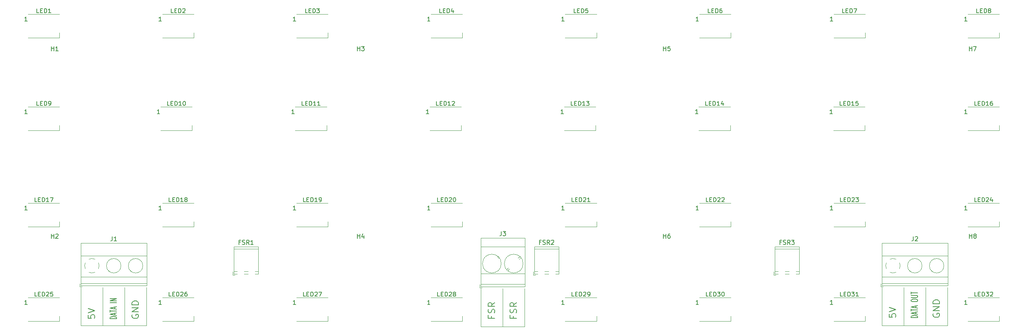
<source format=gbr>
%TF.GenerationSoftware,KiCad,Pcbnew,(5.1.10)-1*%
%TF.CreationDate,2021-06-03T19:49:57-05:00*%
%TF.ProjectId,step_led_panel,73746570-5f6c-4656-945f-70616e656c2e,rev?*%
%TF.SameCoordinates,Original*%
%TF.FileFunction,Legend,Top*%
%TF.FilePolarity,Positive*%
%FSLAX46Y46*%
G04 Gerber Fmt 4.6, Leading zero omitted, Abs format (unit mm)*
G04 Created by KiCad (PCBNEW (5.1.10)-1) date 2021-06-03 19:49:57*
%MOMM*%
%LPD*%
G01*
G04 APERTURE LIST*
%ADD10C,0.120000*%
%ADD11C,0.203200*%
%ADD12C,0.190500*%
%ADD13C,0.150000*%
G04 APERTURE END LIST*
D10*
X116798000Y-75177000D02*
X116798000Y-66287000D01*
D11*
X114191142Y-72657062D02*
X114191142Y-73165062D01*
X114989428Y-73165062D02*
X113465428Y-73165062D01*
X113465428Y-72439348D01*
X114916857Y-71931348D02*
X114989428Y-71713634D01*
X114989428Y-71350777D01*
X114916857Y-71205634D01*
X114844285Y-71133062D01*
X114699142Y-71060491D01*
X114554000Y-71060491D01*
X114408857Y-71133062D01*
X114336285Y-71205634D01*
X114263714Y-71350777D01*
X114191142Y-71641062D01*
X114118571Y-71786205D01*
X114046000Y-71858777D01*
X113900857Y-71931348D01*
X113755714Y-71931348D01*
X113610571Y-71858777D01*
X113538000Y-71786205D01*
X113465428Y-71641062D01*
X113465428Y-71278205D01*
X113538000Y-71060491D01*
X114989428Y-69536491D02*
X114263714Y-70044491D01*
X114989428Y-70407348D02*
X113465428Y-70407348D01*
X113465428Y-69826777D01*
X113538000Y-69681634D01*
X113610571Y-69609062D01*
X113755714Y-69536491D01*
X113973428Y-69536491D01*
X114118571Y-69609062D01*
X114191142Y-69681634D01*
X114263714Y-69826777D01*
X114263714Y-70407348D01*
D10*
X106638000Y-75177000D02*
X116798000Y-75177000D01*
X111718000Y-75177000D02*
X111718000Y-66287000D01*
X106638000Y-66287000D02*
X106638000Y-75177000D01*
D11*
X109111142Y-72657062D02*
X109111142Y-73165062D01*
X109909428Y-73165062D02*
X108385428Y-73165062D01*
X108385428Y-72439348D01*
X109836857Y-71931348D02*
X109909428Y-71713634D01*
X109909428Y-71350777D01*
X109836857Y-71205634D01*
X109764285Y-71133062D01*
X109619142Y-71060491D01*
X109474000Y-71060491D01*
X109328857Y-71133062D01*
X109256285Y-71205634D01*
X109183714Y-71350777D01*
X109111142Y-71641062D01*
X109038571Y-71786205D01*
X108966000Y-71858777D01*
X108820857Y-71931348D01*
X108675714Y-71931348D01*
X108530571Y-71858777D01*
X108458000Y-71786205D01*
X108385428Y-71641062D01*
X108385428Y-71278205D01*
X108458000Y-71060491D01*
X109909428Y-69536491D02*
X109183714Y-70044491D01*
X109909428Y-70407348D02*
X108385428Y-70407348D01*
X108385428Y-69826777D01*
X108458000Y-69681634D01*
X108530571Y-69609062D01*
X108675714Y-69536491D01*
X108893428Y-69536491D01*
X109038571Y-69609062D01*
X109111142Y-69681634D01*
X109183714Y-69826777D01*
X109183714Y-70407348D01*
D10*
X199856000Y-74923000D02*
X215096000Y-74923000D01*
X204936000Y-74923000D02*
X204936000Y-66033000D01*
X210016000Y-74923000D02*
X210016000Y-66033000D01*
X215096000Y-74923000D02*
X215096000Y-66033000D01*
X199856000Y-66033000D02*
X199856000Y-74923000D01*
D11*
X211836000Y-72112777D02*
X211763428Y-72257920D01*
X211763428Y-72475634D01*
X211836000Y-72693348D01*
X211981142Y-72838491D01*
X212126285Y-72911062D01*
X212416571Y-72983634D01*
X212634285Y-72983634D01*
X212924571Y-72911062D01*
X213069714Y-72838491D01*
X213214857Y-72693348D01*
X213287428Y-72475634D01*
X213287428Y-72330491D01*
X213214857Y-72112777D01*
X213142285Y-72040205D01*
X212634285Y-72040205D01*
X212634285Y-72330491D01*
X213287428Y-71387062D02*
X211763428Y-71387062D01*
X213287428Y-70516205D01*
X211763428Y-70516205D01*
X213287428Y-69790491D02*
X211763428Y-69790491D01*
X211763428Y-69427634D01*
X211836000Y-69209920D01*
X211981142Y-69064777D01*
X212126285Y-68992205D01*
X212416571Y-68919634D01*
X212634285Y-68919634D01*
X212924571Y-68992205D01*
X213069714Y-69064777D01*
X213214857Y-69209920D01*
X213287428Y-69427634D01*
X213287428Y-69790491D01*
D12*
X208207428Y-73070508D02*
X206683428Y-73070508D01*
X206683428Y-72858841D01*
X206756000Y-72731841D01*
X206901142Y-72647175D01*
X207046285Y-72604841D01*
X207336571Y-72562508D01*
X207554285Y-72562508D01*
X207844571Y-72604841D01*
X207989714Y-72647175D01*
X208134857Y-72731841D01*
X208207428Y-72858841D01*
X208207428Y-73070508D01*
X207772000Y-72223841D02*
X207772000Y-71800508D01*
X208207428Y-72308508D02*
X206683428Y-72012175D01*
X208207428Y-71715841D01*
X206683428Y-71546508D02*
X206683428Y-71038508D01*
X208207428Y-71292508D02*
X206683428Y-71292508D01*
X207772000Y-70784508D02*
X207772000Y-70361175D01*
X208207428Y-70869175D02*
X206683428Y-70572841D01*
X208207428Y-70276508D01*
X206683428Y-69133508D02*
X206683428Y-68964175D01*
X206756000Y-68879508D01*
X206901142Y-68794841D01*
X207191428Y-68752508D01*
X207699428Y-68752508D01*
X207989714Y-68794841D01*
X208134857Y-68879508D01*
X208207428Y-68964175D01*
X208207428Y-69133508D01*
X208134857Y-69218175D01*
X207989714Y-69302841D01*
X207699428Y-69345175D01*
X207191428Y-69345175D01*
X206901142Y-69302841D01*
X206756000Y-69218175D01*
X206683428Y-69133508D01*
X206683428Y-68371508D02*
X207917142Y-68371508D01*
X208062285Y-68329175D01*
X208134857Y-68286841D01*
X208207428Y-68202175D01*
X208207428Y-68032841D01*
X208134857Y-67948175D01*
X208062285Y-67905841D01*
X207917142Y-67863508D01*
X206683428Y-67863508D01*
X206683428Y-67567175D02*
X206683428Y-67059175D01*
X208207428Y-67313175D02*
X206683428Y-67313175D01*
D11*
X201603428Y-72185348D02*
X201603428Y-72911062D01*
X202329142Y-72983634D01*
X202256571Y-72911062D01*
X202184000Y-72765920D01*
X202184000Y-72403062D01*
X202256571Y-72257920D01*
X202329142Y-72185348D01*
X202474285Y-72112777D01*
X202837142Y-72112777D01*
X202982285Y-72185348D01*
X203054857Y-72257920D01*
X203127428Y-72403062D01*
X203127428Y-72765920D01*
X203054857Y-72911062D01*
X202982285Y-72983634D01*
X201603428Y-71677348D02*
X203127428Y-71169348D01*
X201603428Y-70661348D01*
D10*
X18796000Y-74930000D02*
X18796000Y-66040000D01*
X23876000Y-74930000D02*
X23876000Y-66040000D01*
X28956000Y-74930000D02*
X28956000Y-66040000D01*
X13716000Y-74930000D02*
X28956000Y-74930000D01*
X13716000Y-66040000D02*
X13716000Y-74930000D01*
D11*
X25654000Y-72366777D02*
X25581428Y-72511920D01*
X25581428Y-72729634D01*
X25654000Y-72947348D01*
X25799142Y-73092491D01*
X25944285Y-73165062D01*
X26234571Y-73237634D01*
X26452285Y-73237634D01*
X26742571Y-73165062D01*
X26887714Y-73092491D01*
X27032857Y-72947348D01*
X27105428Y-72729634D01*
X27105428Y-72584491D01*
X27032857Y-72366777D01*
X26960285Y-72294205D01*
X26452285Y-72294205D01*
X26452285Y-72584491D01*
X27105428Y-71641062D02*
X25581428Y-71641062D01*
X27105428Y-70770205D01*
X25581428Y-70770205D01*
X27105428Y-70044491D02*
X25581428Y-70044491D01*
X25581428Y-69681634D01*
X25654000Y-69463920D01*
X25799142Y-69318777D01*
X25944285Y-69246205D01*
X26234571Y-69173634D01*
X26452285Y-69173634D01*
X26742571Y-69246205D01*
X26887714Y-69318777D01*
X27032857Y-69463920D01*
X27105428Y-69681634D01*
X27105428Y-70044491D01*
D12*
X22025428Y-73324508D02*
X20501428Y-73324508D01*
X20501428Y-73112841D01*
X20574000Y-72985841D01*
X20719142Y-72901175D01*
X20864285Y-72858841D01*
X21154571Y-72816508D01*
X21372285Y-72816508D01*
X21662571Y-72858841D01*
X21807714Y-72901175D01*
X21952857Y-72985841D01*
X22025428Y-73112841D01*
X22025428Y-73324508D01*
X21590000Y-72477841D02*
X21590000Y-72054508D01*
X22025428Y-72562508D02*
X20501428Y-72266175D01*
X22025428Y-71969841D01*
X20501428Y-71800508D02*
X20501428Y-71292508D01*
X22025428Y-71546508D02*
X20501428Y-71546508D01*
X21590000Y-71038508D02*
X21590000Y-70615175D01*
X22025428Y-71123175D02*
X20501428Y-70826841D01*
X22025428Y-70530508D01*
X22025428Y-69556841D02*
X20501428Y-69556841D01*
X22025428Y-69133508D02*
X20501428Y-69133508D01*
X22025428Y-68625508D01*
X20501428Y-68625508D01*
D11*
X15421428Y-72439348D02*
X15421428Y-73165062D01*
X16147142Y-73237634D01*
X16074571Y-73165062D01*
X16002000Y-73019920D01*
X16002000Y-72657062D01*
X16074571Y-72511920D01*
X16147142Y-72439348D01*
X16292285Y-72366777D01*
X16655142Y-72366777D01*
X16800285Y-72439348D01*
X16872857Y-72511920D01*
X16945428Y-72657062D01*
X16945428Y-73019920D01*
X16872857Y-73165062D01*
X16800285Y-73237634D01*
X15421428Y-71931348D02*
X16945428Y-71423348D01*
X15421428Y-70915348D01*
D10*
%TO.C,FSR2*%
X119090000Y-62290000D02*
X119860000Y-62290000D01*
X121440000Y-62290000D02*
X122400000Y-62290000D01*
X123980000Y-62290000D02*
X124750000Y-62290000D01*
X119090000Y-56990000D02*
X124750000Y-56990000D01*
X119090000Y-56530000D02*
X124750000Y-56530000D01*
X119090000Y-62850000D02*
X119860000Y-62850000D01*
X121440000Y-62850000D02*
X122400000Y-62850000D01*
X123980000Y-62850000D02*
X124750000Y-62850000D01*
X119090000Y-56530000D02*
X119090000Y-62850000D01*
X124750000Y-56530000D02*
X124750000Y-62850000D01*
X118850000Y-62350000D02*
X118850000Y-63090000D01*
X118850000Y-63090000D02*
X119350000Y-63090000D01*
%TO.C,J3*%
X111400000Y-60452000D02*
G75*
G03*
X111400000Y-60452000I-2180000J0D01*
G01*
X116480000Y-60452000D02*
G75*
G03*
X116480000Y-60452000I-2180000J0D01*
G01*
X106620000Y-65252000D02*
X116900000Y-65252000D01*
X106620000Y-62752000D02*
X116900000Y-62752000D01*
X106620000Y-56552000D02*
X116900000Y-56552000D01*
X106620000Y-54492000D02*
X116900000Y-54492000D01*
X106620000Y-65812000D02*
X116900000Y-65812000D01*
X106620000Y-54492000D02*
X106620000Y-65812000D01*
X116900000Y-54492000D02*
X116900000Y-65812000D01*
X110874000Y-59064000D02*
X110767000Y-59171000D01*
X107938000Y-61999000D02*
X107832000Y-62106000D01*
X110608000Y-58798000D02*
X110501000Y-58905000D01*
X107672000Y-61733000D02*
X107566000Y-61840000D01*
X115954000Y-59064000D02*
X115559000Y-59460000D01*
X113293000Y-61726000D02*
X112913000Y-62106000D01*
X115688000Y-58798000D02*
X115308000Y-59178000D01*
X113042000Y-61444000D02*
X112647000Y-61840000D01*
X106380000Y-65312000D02*
X106380000Y-66052000D01*
X106380000Y-66052000D02*
X106880000Y-66052000D01*
%TO.C,FSR3*%
X174970000Y-62290000D02*
X175740000Y-62290000D01*
X177320000Y-62290000D02*
X178280000Y-62290000D01*
X179860000Y-62290000D02*
X180630000Y-62290000D01*
X174970000Y-56990000D02*
X180630000Y-56990000D01*
X174970000Y-56530000D02*
X180630000Y-56530000D01*
X174970000Y-62850000D02*
X175740000Y-62850000D01*
X177320000Y-62850000D02*
X178280000Y-62850000D01*
X179860000Y-62850000D02*
X180630000Y-62850000D01*
X174970000Y-56530000D02*
X174970000Y-62850000D01*
X180630000Y-56530000D02*
X180630000Y-62850000D01*
X174730000Y-62350000D02*
X174730000Y-63090000D01*
X174730000Y-63090000D02*
X175230000Y-63090000D01*
%TO.C,FSR1*%
X49240000Y-62290000D02*
X50010000Y-62290000D01*
X51590000Y-62290000D02*
X52550000Y-62290000D01*
X54130000Y-62290000D02*
X54900000Y-62290000D01*
X49240000Y-56990000D02*
X54900000Y-56990000D01*
X49240000Y-56530000D02*
X54900000Y-56530000D01*
X49240000Y-62850000D02*
X50010000Y-62850000D01*
X51590000Y-62850000D02*
X52550000Y-62850000D01*
X54130000Y-62850000D02*
X54900000Y-62850000D01*
X49240000Y-56530000D02*
X49240000Y-62850000D01*
X54900000Y-56530000D02*
X54900000Y-62850000D01*
X49000000Y-62350000D02*
X49000000Y-63090000D01*
X49000000Y-63090000D02*
X49500000Y-63090000D01*
%TO.C,LED21*%
X126252856Y-46356666D02*
X133552856Y-46356666D01*
X126252856Y-51856666D02*
X133552856Y-51856666D01*
X133552856Y-51856666D02*
X133552856Y-50706666D01*
%TO.C,LED32*%
X219870000Y-68370000D02*
X227170000Y-68370000D01*
X219870000Y-73870000D02*
X227170000Y-73870000D01*
X227170000Y-73870000D02*
X227170000Y-72720000D01*
%TO.C,LED31*%
X188664284Y-68370000D02*
X195964284Y-68370000D01*
X188664284Y-73870000D02*
X195964284Y-73870000D01*
X195964284Y-73870000D02*
X195964284Y-72720000D01*
%TO.C,LED30*%
X157458570Y-68370000D02*
X164758570Y-68370000D01*
X157458570Y-73870000D02*
X164758570Y-73870000D01*
X164758570Y-73870000D02*
X164758570Y-72720000D01*
%TO.C,LED29*%
X126252856Y-68370000D02*
X133552856Y-68370000D01*
X126252856Y-73870000D02*
X133552856Y-73870000D01*
X133552856Y-73870000D02*
X133552856Y-72720000D01*
%TO.C,LED28*%
X95047142Y-68370000D02*
X102347142Y-68370000D01*
X95047142Y-73870000D02*
X102347142Y-73870000D01*
X102347142Y-73870000D02*
X102347142Y-72720000D01*
%TO.C,LED27*%
X63841428Y-68370000D02*
X71141428Y-68370000D01*
X63841428Y-73870000D02*
X71141428Y-73870000D01*
X71141428Y-73870000D02*
X71141428Y-72720000D01*
%TO.C,LED26*%
X32635714Y-68370000D02*
X39935714Y-68370000D01*
X32635714Y-73870000D02*
X39935714Y-73870000D01*
X39935714Y-73870000D02*
X39935714Y-72720000D01*
%TO.C,LED25*%
X1430000Y-68370000D02*
X8730000Y-68370000D01*
X1430000Y-73870000D02*
X8730000Y-73870000D01*
X8730000Y-73870000D02*
X8730000Y-72720000D01*
%TO.C,LED24*%
X219870000Y-46356666D02*
X227170000Y-46356666D01*
X219870000Y-51856666D02*
X227170000Y-51856666D01*
X227170000Y-51856666D02*
X227170000Y-50706666D01*
%TO.C,LED23*%
X188664284Y-46356666D02*
X195964284Y-46356666D01*
X188664284Y-51856666D02*
X195964284Y-51856666D01*
X195964284Y-51856666D02*
X195964284Y-50706666D01*
%TO.C,LED22*%
X157458570Y-46356666D02*
X164758570Y-46356666D01*
X157458570Y-51856666D02*
X164758570Y-51856666D01*
X164758570Y-51856666D02*
X164758570Y-50706666D01*
%TO.C,LED20*%
X95047142Y-46356666D02*
X102347142Y-46356666D01*
X95047142Y-51856666D02*
X102347142Y-51856666D01*
X102347142Y-51856666D02*
X102347142Y-50706666D01*
%TO.C,LED19*%
X63841428Y-46356666D02*
X71141428Y-46356666D01*
X63841428Y-51856666D02*
X71141428Y-51856666D01*
X71141428Y-51856666D02*
X71141428Y-50706666D01*
%TO.C,LED18*%
X32635714Y-46356666D02*
X39935714Y-46356666D01*
X32635714Y-51856666D02*
X39935714Y-51856666D01*
X39935714Y-51856666D02*
X39935714Y-50706666D01*
%TO.C,LED17*%
X1430000Y-46356666D02*
X8730000Y-46356666D01*
X1430000Y-51856666D02*
X8730000Y-51856666D01*
X8730000Y-51856666D02*
X8730000Y-50706666D01*
%TO.C,LED16*%
X219870000Y-23920000D02*
X227170000Y-23920000D01*
X219870000Y-29420000D02*
X227170000Y-29420000D01*
X227170000Y-29420000D02*
X227170000Y-28270000D01*
%TO.C,LED15*%
X188598572Y-23920000D02*
X195898572Y-23920000D01*
X188598572Y-29420000D02*
X195898572Y-29420000D01*
X195898572Y-29420000D02*
X195898572Y-28270000D01*
%TO.C,LED14*%
X157327144Y-23920000D02*
X164627144Y-23920000D01*
X157327144Y-29420000D02*
X164627144Y-29420000D01*
X164627144Y-29420000D02*
X164627144Y-28270000D01*
%TO.C,LED13*%
X126055716Y-23920000D02*
X133355716Y-23920000D01*
X126055716Y-29420000D02*
X133355716Y-29420000D01*
X133355716Y-29420000D02*
X133355716Y-28270000D01*
%TO.C,LED12*%
X94784288Y-23920000D02*
X102084288Y-23920000D01*
X94784288Y-29420000D02*
X102084288Y-29420000D01*
X102084288Y-29420000D02*
X102084288Y-28270000D01*
%TO.C,LED11*%
X63512860Y-23920000D02*
X70812860Y-23920000D01*
X63512860Y-29420000D02*
X70812860Y-29420000D01*
X70812860Y-29420000D02*
X70812860Y-28270000D01*
%TO.C,LED10*%
X32241432Y-23920000D02*
X39541432Y-23920000D01*
X32241432Y-29420000D02*
X39541432Y-29420000D01*
X39541432Y-29420000D02*
X39541432Y-28270000D01*
%TO.C,LED9*%
X1430000Y-23920000D02*
X8730000Y-23920000D01*
X1430000Y-29420000D02*
X8730000Y-29420000D01*
X8730000Y-29420000D02*
X8730000Y-28270000D01*
%TO.C,LED8*%
X219870000Y-2330000D02*
X227170000Y-2330000D01*
X219870000Y-7830000D02*
X227170000Y-7830000D01*
X227170000Y-7830000D02*
X227170000Y-6680000D01*
%TO.C,LED7*%
X188664284Y-2330000D02*
X195964284Y-2330000D01*
X188664284Y-7830000D02*
X195964284Y-7830000D01*
X195964284Y-7830000D02*
X195964284Y-6680000D01*
%TO.C,LED6*%
X157458570Y-2330000D02*
X164758570Y-2330000D01*
X157458570Y-7830000D02*
X164758570Y-7830000D01*
X164758570Y-7830000D02*
X164758570Y-6680000D01*
%TO.C,LED5*%
X126252856Y-2330000D02*
X133552856Y-2330000D01*
X126252856Y-7830000D02*
X133552856Y-7830000D01*
X133552856Y-7830000D02*
X133552856Y-6680000D01*
%TO.C,LED4*%
X95047142Y-2330000D02*
X102347142Y-2330000D01*
X95047142Y-7830000D02*
X102347142Y-7830000D01*
X102347142Y-7830000D02*
X102347142Y-6680000D01*
%TO.C,LED3*%
X63841428Y-2330000D02*
X71141428Y-2330000D01*
X63841428Y-7830000D02*
X71141428Y-7830000D01*
X71141428Y-7830000D02*
X71141428Y-6680000D01*
%TO.C,LED2*%
X32635714Y-2330000D02*
X39935714Y-2330000D01*
X32635714Y-7830000D02*
X39935714Y-7830000D01*
X39935714Y-7830000D02*
X39935714Y-6680000D01*
%TO.C,LED1*%
X1430000Y-2330000D02*
X8730000Y-2330000D01*
X1430000Y-7830000D02*
X8730000Y-7830000D01*
X8730000Y-7830000D02*
X8730000Y-6680000D01*
%TO.C,J2*%
X202466805Y-62640253D02*
G75*
G02*
X201754000Y-62495000I-28805J1680253D01*
G01*
X200902574Y-61643042D02*
G75*
G02*
X200903000Y-60276000I1535426J683042D01*
G01*
X201754958Y-59424574D02*
G75*
G02*
X203122000Y-59425000I683042J-1535426D01*
G01*
X203973426Y-60276958D02*
G75*
G02*
X203973000Y-61644000I-1535426J-683042D01*
G01*
X203121318Y-62494756D02*
G75*
G02*
X202438000Y-62640000I-683318J1534756D01*
G01*
X209198000Y-60960000D02*
G75*
G03*
X209198000Y-60960000I-1680000J0D01*
G01*
X214278000Y-60960000D02*
G75*
G03*
X214278000Y-60960000I-1680000J0D01*
G01*
X199838000Y-65060000D02*
X215198000Y-65060000D01*
X199838000Y-63560000D02*
X215198000Y-63560000D01*
X199838000Y-58659000D02*
X215198000Y-58659000D01*
X199838000Y-55699000D02*
X215198000Y-55699000D01*
X199838000Y-65620000D02*
X215198000Y-65620000D01*
X199838000Y-55699000D02*
X199838000Y-65620000D01*
X215198000Y-55699000D02*
X215198000Y-65620000D01*
X208793000Y-59891000D02*
X208746000Y-59937000D01*
X206484000Y-62199000D02*
X206449000Y-62234000D01*
X208588000Y-59685000D02*
X208553000Y-59721000D01*
X206291000Y-61983000D02*
X206244000Y-62029000D01*
X213873000Y-59891000D02*
X213826000Y-59937000D01*
X211564000Y-62199000D02*
X211529000Y-62234000D01*
X213668000Y-59685000D02*
X213633000Y-59721000D01*
X211371000Y-61983000D02*
X211324000Y-62029000D01*
X199598000Y-65120000D02*
X199598000Y-65860000D01*
X199598000Y-65860000D02*
X200098000Y-65860000D01*
%TO.C,J1*%
X16284805Y-62640253D02*
G75*
G02*
X15572000Y-62495000I-28805J1680253D01*
G01*
X14720574Y-61643042D02*
G75*
G02*
X14721000Y-60276000I1535426J683042D01*
G01*
X15572958Y-59424574D02*
G75*
G02*
X16940000Y-59425000I683042J-1535426D01*
G01*
X17791426Y-60276958D02*
G75*
G02*
X17791000Y-61644000I-1535426J-683042D01*
G01*
X16939318Y-62494756D02*
G75*
G02*
X16256000Y-62640000I-683318J1534756D01*
G01*
X23016000Y-60960000D02*
G75*
G03*
X23016000Y-60960000I-1680000J0D01*
G01*
X28096000Y-60960000D02*
G75*
G03*
X28096000Y-60960000I-1680000J0D01*
G01*
X13656000Y-65060000D02*
X29016000Y-65060000D01*
X13656000Y-63560000D02*
X29016000Y-63560000D01*
X13656000Y-58659000D02*
X29016000Y-58659000D01*
X13656000Y-55699000D02*
X29016000Y-55699000D01*
X13656000Y-65620000D02*
X29016000Y-65620000D01*
X13656000Y-55699000D02*
X13656000Y-65620000D01*
X29016000Y-55699000D02*
X29016000Y-65620000D01*
X22611000Y-59891000D02*
X22564000Y-59937000D01*
X20302000Y-62199000D02*
X20267000Y-62234000D01*
X22406000Y-59685000D02*
X22371000Y-59721000D01*
X20109000Y-61983000D02*
X20062000Y-62029000D01*
X27691000Y-59891000D02*
X27644000Y-59937000D01*
X25382000Y-62199000D02*
X25347000Y-62234000D01*
X27486000Y-59685000D02*
X27451000Y-59721000D01*
X25189000Y-61983000D02*
X25142000Y-62029000D01*
X13416000Y-65120000D02*
X13416000Y-65860000D01*
X13416000Y-65860000D02*
X13916000Y-65860000D01*
%TO.C,H8*%
D13*
X220218095Y-54542380D02*
X220218095Y-53542380D01*
X220218095Y-54018571D02*
X220789523Y-54018571D01*
X220789523Y-54542380D02*
X220789523Y-53542380D01*
X221408571Y-53970952D02*
X221313333Y-53923333D01*
X221265714Y-53875714D01*
X221218095Y-53780476D01*
X221218095Y-53732857D01*
X221265714Y-53637619D01*
X221313333Y-53590000D01*
X221408571Y-53542380D01*
X221599047Y-53542380D01*
X221694285Y-53590000D01*
X221741904Y-53637619D01*
X221789523Y-53732857D01*
X221789523Y-53780476D01*
X221741904Y-53875714D01*
X221694285Y-53923333D01*
X221599047Y-53970952D01*
X221408571Y-53970952D01*
X221313333Y-54018571D01*
X221265714Y-54066190D01*
X221218095Y-54161428D01*
X221218095Y-54351904D01*
X221265714Y-54447142D01*
X221313333Y-54494761D01*
X221408571Y-54542380D01*
X221599047Y-54542380D01*
X221694285Y-54494761D01*
X221741904Y-54447142D01*
X221789523Y-54351904D01*
X221789523Y-54161428D01*
X221741904Y-54066190D01*
X221694285Y-54018571D01*
X221599047Y-53970952D01*
%TO.C,H7*%
X220218095Y-10854380D02*
X220218095Y-9854380D01*
X220218095Y-10330571D02*
X220789523Y-10330571D01*
X220789523Y-10854380D02*
X220789523Y-9854380D01*
X221170476Y-9854380D02*
X221837142Y-9854380D01*
X221408571Y-10854380D01*
%TO.C,H6*%
X149098095Y-54542380D02*
X149098095Y-53542380D01*
X149098095Y-54018571D02*
X149669523Y-54018571D01*
X149669523Y-54542380D02*
X149669523Y-53542380D01*
X150574285Y-53542380D02*
X150383809Y-53542380D01*
X150288571Y-53590000D01*
X150240952Y-53637619D01*
X150145714Y-53780476D01*
X150098095Y-53970952D01*
X150098095Y-54351904D01*
X150145714Y-54447142D01*
X150193333Y-54494761D01*
X150288571Y-54542380D01*
X150479047Y-54542380D01*
X150574285Y-54494761D01*
X150621904Y-54447142D01*
X150669523Y-54351904D01*
X150669523Y-54113809D01*
X150621904Y-54018571D01*
X150574285Y-53970952D01*
X150479047Y-53923333D01*
X150288571Y-53923333D01*
X150193333Y-53970952D01*
X150145714Y-54018571D01*
X150098095Y-54113809D01*
%TO.C,H5*%
X149098095Y-10854380D02*
X149098095Y-9854380D01*
X149098095Y-10330571D02*
X149669523Y-10330571D01*
X149669523Y-10854380D02*
X149669523Y-9854380D01*
X150621904Y-9854380D02*
X150145714Y-9854380D01*
X150098095Y-10330571D01*
X150145714Y-10282952D01*
X150240952Y-10235333D01*
X150479047Y-10235333D01*
X150574285Y-10282952D01*
X150621904Y-10330571D01*
X150669523Y-10425809D01*
X150669523Y-10663904D01*
X150621904Y-10759142D01*
X150574285Y-10806761D01*
X150479047Y-10854380D01*
X150240952Y-10854380D01*
X150145714Y-10806761D01*
X150098095Y-10759142D01*
%TO.C,H4*%
X77978095Y-54542380D02*
X77978095Y-53542380D01*
X77978095Y-54018571D02*
X78549523Y-54018571D01*
X78549523Y-54542380D02*
X78549523Y-53542380D01*
X79454285Y-53875714D02*
X79454285Y-54542380D01*
X79216190Y-53494761D02*
X78978095Y-54209047D01*
X79597142Y-54209047D01*
%TO.C,H3*%
X77978095Y-10854380D02*
X77978095Y-9854380D01*
X77978095Y-10330571D02*
X78549523Y-10330571D01*
X78549523Y-10854380D02*
X78549523Y-9854380D01*
X78930476Y-9854380D02*
X79549523Y-9854380D01*
X79216190Y-10235333D01*
X79359047Y-10235333D01*
X79454285Y-10282952D01*
X79501904Y-10330571D01*
X79549523Y-10425809D01*
X79549523Y-10663904D01*
X79501904Y-10759142D01*
X79454285Y-10806761D01*
X79359047Y-10854380D01*
X79073333Y-10854380D01*
X78978095Y-10806761D01*
X78930476Y-10759142D01*
%TO.C,H2*%
X6858095Y-54542380D02*
X6858095Y-53542380D01*
X6858095Y-54018571D02*
X7429523Y-54018571D01*
X7429523Y-54542380D02*
X7429523Y-53542380D01*
X7858095Y-53637619D02*
X7905714Y-53590000D01*
X8000952Y-53542380D01*
X8239047Y-53542380D01*
X8334285Y-53590000D01*
X8381904Y-53637619D01*
X8429523Y-53732857D01*
X8429523Y-53828095D01*
X8381904Y-53970952D01*
X7810476Y-54542380D01*
X8429523Y-54542380D01*
%TO.C,H1*%
X6858095Y-10854380D02*
X6858095Y-9854380D01*
X6858095Y-10330571D02*
X7429523Y-10330571D01*
X7429523Y-10854380D02*
X7429523Y-9854380D01*
X8429523Y-10854380D02*
X7858095Y-10854380D01*
X8143809Y-10854380D02*
X8143809Y-9854380D01*
X8048571Y-9997238D01*
X7953333Y-10092476D01*
X7858095Y-10140095D01*
%TO.C,FSR2*%
X120610476Y-55458571D02*
X120277142Y-55458571D01*
X120277142Y-55982380D02*
X120277142Y-54982380D01*
X120753333Y-54982380D01*
X121086666Y-55934761D02*
X121229523Y-55982380D01*
X121467619Y-55982380D01*
X121562857Y-55934761D01*
X121610476Y-55887142D01*
X121658095Y-55791904D01*
X121658095Y-55696666D01*
X121610476Y-55601428D01*
X121562857Y-55553809D01*
X121467619Y-55506190D01*
X121277142Y-55458571D01*
X121181904Y-55410952D01*
X121134285Y-55363333D01*
X121086666Y-55268095D01*
X121086666Y-55172857D01*
X121134285Y-55077619D01*
X121181904Y-55030000D01*
X121277142Y-54982380D01*
X121515238Y-54982380D01*
X121658095Y-55030000D01*
X122658095Y-55982380D02*
X122324761Y-55506190D01*
X122086666Y-55982380D02*
X122086666Y-54982380D01*
X122467619Y-54982380D01*
X122562857Y-55030000D01*
X122610476Y-55077619D01*
X122658095Y-55172857D01*
X122658095Y-55315714D01*
X122610476Y-55410952D01*
X122562857Y-55458571D01*
X122467619Y-55506190D01*
X122086666Y-55506190D01*
X123039047Y-55077619D02*
X123086666Y-55030000D01*
X123181904Y-54982380D01*
X123420000Y-54982380D01*
X123515238Y-55030000D01*
X123562857Y-55077619D01*
X123610476Y-55172857D01*
X123610476Y-55268095D01*
X123562857Y-55410952D01*
X122991428Y-55982380D01*
X123610476Y-55982380D01*
%TO.C,J3*%
X111426666Y-52944380D02*
X111426666Y-53658666D01*
X111379047Y-53801523D01*
X111283809Y-53896761D01*
X111140952Y-53944380D01*
X111045714Y-53944380D01*
X111807619Y-52944380D02*
X112426666Y-52944380D01*
X112093333Y-53325333D01*
X112236190Y-53325333D01*
X112331428Y-53372952D01*
X112379047Y-53420571D01*
X112426666Y-53515809D01*
X112426666Y-53753904D01*
X112379047Y-53849142D01*
X112331428Y-53896761D01*
X112236190Y-53944380D01*
X111950476Y-53944380D01*
X111855238Y-53896761D01*
X111807619Y-53849142D01*
%TO.C,FSR3*%
X176490476Y-55458571D02*
X176157142Y-55458571D01*
X176157142Y-55982380D02*
X176157142Y-54982380D01*
X176633333Y-54982380D01*
X176966666Y-55934761D02*
X177109523Y-55982380D01*
X177347619Y-55982380D01*
X177442857Y-55934761D01*
X177490476Y-55887142D01*
X177538095Y-55791904D01*
X177538095Y-55696666D01*
X177490476Y-55601428D01*
X177442857Y-55553809D01*
X177347619Y-55506190D01*
X177157142Y-55458571D01*
X177061904Y-55410952D01*
X177014285Y-55363333D01*
X176966666Y-55268095D01*
X176966666Y-55172857D01*
X177014285Y-55077619D01*
X177061904Y-55030000D01*
X177157142Y-54982380D01*
X177395238Y-54982380D01*
X177538095Y-55030000D01*
X178538095Y-55982380D02*
X178204761Y-55506190D01*
X177966666Y-55982380D02*
X177966666Y-54982380D01*
X178347619Y-54982380D01*
X178442857Y-55030000D01*
X178490476Y-55077619D01*
X178538095Y-55172857D01*
X178538095Y-55315714D01*
X178490476Y-55410952D01*
X178442857Y-55458571D01*
X178347619Y-55506190D01*
X177966666Y-55506190D01*
X178871428Y-54982380D02*
X179490476Y-54982380D01*
X179157142Y-55363333D01*
X179300000Y-55363333D01*
X179395238Y-55410952D01*
X179442857Y-55458571D01*
X179490476Y-55553809D01*
X179490476Y-55791904D01*
X179442857Y-55887142D01*
X179395238Y-55934761D01*
X179300000Y-55982380D01*
X179014285Y-55982380D01*
X178919047Y-55934761D01*
X178871428Y-55887142D01*
%TO.C,FSR1*%
X50760476Y-55458571D02*
X50427142Y-55458571D01*
X50427142Y-55982380D02*
X50427142Y-54982380D01*
X50903333Y-54982380D01*
X51236666Y-55934761D02*
X51379523Y-55982380D01*
X51617619Y-55982380D01*
X51712857Y-55934761D01*
X51760476Y-55887142D01*
X51808095Y-55791904D01*
X51808095Y-55696666D01*
X51760476Y-55601428D01*
X51712857Y-55553809D01*
X51617619Y-55506190D01*
X51427142Y-55458571D01*
X51331904Y-55410952D01*
X51284285Y-55363333D01*
X51236666Y-55268095D01*
X51236666Y-55172857D01*
X51284285Y-55077619D01*
X51331904Y-55030000D01*
X51427142Y-54982380D01*
X51665238Y-54982380D01*
X51808095Y-55030000D01*
X52808095Y-55982380D02*
X52474761Y-55506190D01*
X52236666Y-55982380D02*
X52236666Y-54982380D01*
X52617619Y-54982380D01*
X52712857Y-55030000D01*
X52760476Y-55077619D01*
X52808095Y-55172857D01*
X52808095Y-55315714D01*
X52760476Y-55410952D01*
X52712857Y-55458571D01*
X52617619Y-55506190D01*
X52236666Y-55506190D01*
X53760476Y-55982380D02*
X53189047Y-55982380D01*
X53474761Y-55982380D02*
X53474761Y-54982380D01*
X53379523Y-55125238D01*
X53284285Y-55220476D01*
X53189047Y-55268095D01*
%TO.C,LED21*%
X128307617Y-46059046D02*
X127831427Y-46059046D01*
X127831427Y-45059046D01*
X128640951Y-45535237D02*
X128974284Y-45535237D01*
X129117141Y-46059046D02*
X128640951Y-46059046D01*
X128640951Y-45059046D01*
X129117141Y-45059046D01*
X129545713Y-46059046D02*
X129545713Y-45059046D01*
X129783808Y-45059046D01*
X129926665Y-45106666D01*
X130021903Y-45201904D01*
X130069522Y-45297142D01*
X130117141Y-45487618D01*
X130117141Y-45630475D01*
X130069522Y-45820951D01*
X130021903Y-45916189D01*
X129926665Y-46011427D01*
X129783808Y-46059046D01*
X129545713Y-46059046D01*
X130498094Y-45154285D02*
X130545713Y-45106666D01*
X130640951Y-45059046D01*
X130879046Y-45059046D01*
X130974284Y-45106666D01*
X131021903Y-45154285D01*
X131069522Y-45249523D01*
X131069522Y-45344761D01*
X131021903Y-45487618D01*
X130450475Y-46059046D01*
X131069522Y-46059046D01*
X132021903Y-46059046D02*
X131450475Y-46059046D01*
X131736189Y-46059046D02*
X131736189Y-45059046D01*
X131640951Y-45201904D01*
X131545713Y-45297142D01*
X131450475Y-45344761D01*
X126038570Y-47959046D02*
X125467141Y-47959046D01*
X125752856Y-47959046D02*
X125752856Y-46959046D01*
X125657617Y-47101904D01*
X125562379Y-47197142D01*
X125467141Y-47244761D01*
%TO.C,LED32*%
X221924761Y-68072380D02*
X221448571Y-68072380D01*
X221448571Y-67072380D01*
X222258095Y-67548571D02*
X222591428Y-67548571D01*
X222734285Y-68072380D02*
X222258095Y-68072380D01*
X222258095Y-67072380D01*
X222734285Y-67072380D01*
X223162857Y-68072380D02*
X223162857Y-67072380D01*
X223400952Y-67072380D01*
X223543809Y-67120000D01*
X223639047Y-67215238D01*
X223686666Y-67310476D01*
X223734285Y-67500952D01*
X223734285Y-67643809D01*
X223686666Y-67834285D01*
X223639047Y-67929523D01*
X223543809Y-68024761D01*
X223400952Y-68072380D01*
X223162857Y-68072380D01*
X224067619Y-67072380D02*
X224686666Y-67072380D01*
X224353333Y-67453333D01*
X224496190Y-67453333D01*
X224591428Y-67500952D01*
X224639047Y-67548571D01*
X224686666Y-67643809D01*
X224686666Y-67881904D01*
X224639047Y-67977142D01*
X224591428Y-68024761D01*
X224496190Y-68072380D01*
X224210476Y-68072380D01*
X224115238Y-68024761D01*
X224067619Y-67977142D01*
X225067619Y-67167619D02*
X225115238Y-67120000D01*
X225210476Y-67072380D01*
X225448571Y-67072380D01*
X225543809Y-67120000D01*
X225591428Y-67167619D01*
X225639047Y-67262857D01*
X225639047Y-67358095D01*
X225591428Y-67500952D01*
X225020000Y-68072380D01*
X225639047Y-68072380D01*
X219655714Y-69972380D02*
X219084285Y-69972380D01*
X219370000Y-69972380D02*
X219370000Y-68972380D01*
X219274761Y-69115238D01*
X219179523Y-69210476D01*
X219084285Y-69258095D01*
%TO.C,LED31*%
X190719045Y-68072380D02*
X190242855Y-68072380D01*
X190242855Y-67072380D01*
X191052379Y-67548571D02*
X191385712Y-67548571D01*
X191528569Y-68072380D02*
X191052379Y-68072380D01*
X191052379Y-67072380D01*
X191528569Y-67072380D01*
X191957141Y-68072380D02*
X191957141Y-67072380D01*
X192195236Y-67072380D01*
X192338093Y-67120000D01*
X192433331Y-67215238D01*
X192480950Y-67310476D01*
X192528569Y-67500952D01*
X192528569Y-67643809D01*
X192480950Y-67834285D01*
X192433331Y-67929523D01*
X192338093Y-68024761D01*
X192195236Y-68072380D01*
X191957141Y-68072380D01*
X192861903Y-67072380D02*
X193480950Y-67072380D01*
X193147617Y-67453333D01*
X193290474Y-67453333D01*
X193385712Y-67500952D01*
X193433331Y-67548571D01*
X193480950Y-67643809D01*
X193480950Y-67881904D01*
X193433331Y-67977142D01*
X193385712Y-68024761D01*
X193290474Y-68072380D01*
X193004760Y-68072380D01*
X192909522Y-68024761D01*
X192861903Y-67977142D01*
X194433331Y-68072380D02*
X193861903Y-68072380D01*
X194147617Y-68072380D02*
X194147617Y-67072380D01*
X194052379Y-67215238D01*
X193957141Y-67310476D01*
X193861903Y-67358095D01*
X188449998Y-69972380D02*
X187878569Y-69972380D01*
X188164284Y-69972380D02*
X188164284Y-68972380D01*
X188069045Y-69115238D01*
X187973807Y-69210476D01*
X187878569Y-69258095D01*
%TO.C,LED30*%
X159513331Y-68072380D02*
X159037141Y-68072380D01*
X159037141Y-67072380D01*
X159846665Y-67548571D02*
X160179998Y-67548571D01*
X160322855Y-68072380D02*
X159846665Y-68072380D01*
X159846665Y-67072380D01*
X160322855Y-67072380D01*
X160751427Y-68072380D02*
X160751427Y-67072380D01*
X160989522Y-67072380D01*
X161132379Y-67120000D01*
X161227617Y-67215238D01*
X161275236Y-67310476D01*
X161322855Y-67500952D01*
X161322855Y-67643809D01*
X161275236Y-67834285D01*
X161227617Y-67929523D01*
X161132379Y-68024761D01*
X160989522Y-68072380D01*
X160751427Y-68072380D01*
X161656189Y-67072380D02*
X162275236Y-67072380D01*
X161941903Y-67453333D01*
X162084760Y-67453333D01*
X162179998Y-67500952D01*
X162227617Y-67548571D01*
X162275236Y-67643809D01*
X162275236Y-67881904D01*
X162227617Y-67977142D01*
X162179998Y-68024761D01*
X162084760Y-68072380D01*
X161799046Y-68072380D01*
X161703808Y-68024761D01*
X161656189Y-67977142D01*
X162894284Y-67072380D02*
X162989522Y-67072380D01*
X163084760Y-67120000D01*
X163132379Y-67167619D01*
X163179998Y-67262857D01*
X163227617Y-67453333D01*
X163227617Y-67691428D01*
X163179998Y-67881904D01*
X163132379Y-67977142D01*
X163084760Y-68024761D01*
X162989522Y-68072380D01*
X162894284Y-68072380D01*
X162799046Y-68024761D01*
X162751427Y-67977142D01*
X162703808Y-67881904D01*
X162656189Y-67691428D01*
X162656189Y-67453333D01*
X162703808Y-67262857D01*
X162751427Y-67167619D01*
X162799046Y-67120000D01*
X162894284Y-67072380D01*
X157244284Y-69972380D02*
X156672855Y-69972380D01*
X156958570Y-69972380D02*
X156958570Y-68972380D01*
X156863331Y-69115238D01*
X156768093Y-69210476D01*
X156672855Y-69258095D01*
%TO.C,LED29*%
X128307617Y-68072380D02*
X127831427Y-68072380D01*
X127831427Y-67072380D01*
X128640951Y-67548571D02*
X128974284Y-67548571D01*
X129117141Y-68072380D02*
X128640951Y-68072380D01*
X128640951Y-67072380D01*
X129117141Y-67072380D01*
X129545713Y-68072380D02*
X129545713Y-67072380D01*
X129783808Y-67072380D01*
X129926665Y-67120000D01*
X130021903Y-67215238D01*
X130069522Y-67310476D01*
X130117141Y-67500952D01*
X130117141Y-67643809D01*
X130069522Y-67834285D01*
X130021903Y-67929523D01*
X129926665Y-68024761D01*
X129783808Y-68072380D01*
X129545713Y-68072380D01*
X130498094Y-67167619D02*
X130545713Y-67120000D01*
X130640951Y-67072380D01*
X130879046Y-67072380D01*
X130974284Y-67120000D01*
X131021903Y-67167619D01*
X131069522Y-67262857D01*
X131069522Y-67358095D01*
X131021903Y-67500952D01*
X130450475Y-68072380D01*
X131069522Y-68072380D01*
X131545713Y-68072380D02*
X131736189Y-68072380D01*
X131831427Y-68024761D01*
X131879046Y-67977142D01*
X131974284Y-67834285D01*
X132021903Y-67643809D01*
X132021903Y-67262857D01*
X131974284Y-67167619D01*
X131926665Y-67120000D01*
X131831427Y-67072380D01*
X131640951Y-67072380D01*
X131545713Y-67120000D01*
X131498094Y-67167619D01*
X131450475Y-67262857D01*
X131450475Y-67500952D01*
X131498094Y-67596190D01*
X131545713Y-67643809D01*
X131640951Y-67691428D01*
X131831427Y-67691428D01*
X131926665Y-67643809D01*
X131974284Y-67596190D01*
X132021903Y-67500952D01*
X126038570Y-69972380D02*
X125467141Y-69972380D01*
X125752856Y-69972380D02*
X125752856Y-68972380D01*
X125657617Y-69115238D01*
X125562379Y-69210476D01*
X125467141Y-69258095D01*
%TO.C,LED28*%
X97101903Y-68072380D02*
X96625713Y-68072380D01*
X96625713Y-67072380D01*
X97435237Y-67548571D02*
X97768570Y-67548571D01*
X97911427Y-68072380D02*
X97435237Y-68072380D01*
X97435237Y-67072380D01*
X97911427Y-67072380D01*
X98339999Y-68072380D02*
X98339999Y-67072380D01*
X98578094Y-67072380D01*
X98720951Y-67120000D01*
X98816189Y-67215238D01*
X98863808Y-67310476D01*
X98911427Y-67500952D01*
X98911427Y-67643809D01*
X98863808Y-67834285D01*
X98816189Y-67929523D01*
X98720951Y-68024761D01*
X98578094Y-68072380D01*
X98339999Y-68072380D01*
X99292380Y-67167619D02*
X99339999Y-67120000D01*
X99435237Y-67072380D01*
X99673332Y-67072380D01*
X99768570Y-67120000D01*
X99816189Y-67167619D01*
X99863808Y-67262857D01*
X99863808Y-67358095D01*
X99816189Y-67500952D01*
X99244761Y-68072380D01*
X99863808Y-68072380D01*
X100435237Y-67500952D02*
X100339999Y-67453333D01*
X100292380Y-67405714D01*
X100244761Y-67310476D01*
X100244761Y-67262857D01*
X100292380Y-67167619D01*
X100339999Y-67120000D01*
X100435237Y-67072380D01*
X100625713Y-67072380D01*
X100720951Y-67120000D01*
X100768570Y-67167619D01*
X100816189Y-67262857D01*
X100816189Y-67310476D01*
X100768570Y-67405714D01*
X100720951Y-67453333D01*
X100625713Y-67500952D01*
X100435237Y-67500952D01*
X100339999Y-67548571D01*
X100292380Y-67596190D01*
X100244761Y-67691428D01*
X100244761Y-67881904D01*
X100292380Y-67977142D01*
X100339999Y-68024761D01*
X100435237Y-68072380D01*
X100625713Y-68072380D01*
X100720951Y-68024761D01*
X100768570Y-67977142D01*
X100816189Y-67881904D01*
X100816189Y-67691428D01*
X100768570Y-67596190D01*
X100720951Y-67548571D01*
X100625713Y-67500952D01*
X94832856Y-69972380D02*
X94261427Y-69972380D01*
X94547142Y-69972380D02*
X94547142Y-68972380D01*
X94451903Y-69115238D01*
X94356665Y-69210476D01*
X94261427Y-69258095D01*
%TO.C,LED27*%
X65896189Y-68072380D02*
X65419999Y-68072380D01*
X65419999Y-67072380D01*
X66229523Y-67548571D02*
X66562856Y-67548571D01*
X66705713Y-68072380D02*
X66229523Y-68072380D01*
X66229523Y-67072380D01*
X66705713Y-67072380D01*
X67134285Y-68072380D02*
X67134285Y-67072380D01*
X67372380Y-67072380D01*
X67515237Y-67120000D01*
X67610475Y-67215238D01*
X67658094Y-67310476D01*
X67705713Y-67500952D01*
X67705713Y-67643809D01*
X67658094Y-67834285D01*
X67610475Y-67929523D01*
X67515237Y-68024761D01*
X67372380Y-68072380D01*
X67134285Y-68072380D01*
X68086666Y-67167619D02*
X68134285Y-67120000D01*
X68229523Y-67072380D01*
X68467618Y-67072380D01*
X68562856Y-67120000D01*
X68610475Y-67167619D01*
X68658094Y-67262857D01*
X68658094Y-67358095D01*
X68610475Y-67500952D01*
X68039047Y-68072380D01*
X68658094Y-68072380D01*
X68991428Y-67072380D02*
X69658094Y-67072380D01*
X69229523Y-68072380D01*
X63627142Y-69972380D02*
X63055713Y-69972380D01*
X63341428Y-69972380D02*
X63341428Y-68972380D01*
X63246189Y-69115238D01*
X63150951Y-69210476D01*
X63055713Y-69258095D01*
%TO.C,LED26*%
X34690475Y-68072380D02*
X34214285Y-68072380D01*
X34214285Y-67072380D01*
X35023809Y-67548571D02*
X35357142Y-67548571D01*
X35499999Y-68072380D02*
X35023809Y-68072380D01*
X35023809Y-67072380D01*
X35499999Y-67072380D01*
X35928571Y-68072380D02*
X35928571Y-67072380D01*
X36166666Y-67072380D01*
X36309523Y-67120000D01*
X36404761Y-67215238D01*
X36452380Y-67310476D01*
X36499999Y-67500952D01*
X36499999Y-67643809D01*
X36452380Y-67834285D01*
X36404761Y-67929523D01*
X36309523Y-68024761D01*
X36166666Y-68072380D01*
X35928571Y-68072380D01*
X36880952Y-67167619D02*
X36928571Y-67120000D01*
X37023809Y-67072380D01*
X37261904Y-67072380D01*
X37357142Y-67120000D01*
X37404761Y-67167619D01*
X37452380Y-67262857D01*
X37452380Y-67358095D01*
X37404761Y-67500952D01*
X36833333Y-68072380D01*
X37452380Y-68072380D01*
X38309523Y-67072380D02*
X38119047Y-67072380D01*
X38023809Y-67120000D01*
X37976190Y-67167619D01*
X37880952Y-67310476D01*
X37833333Y-67500952D01*
X37833333Y-67881904D01*
X37880952Y-67977142D01*
X37928571Y-68024761D01*
X38023809Y-68072380D01*
X38214285Y-68072380D01*
X38309523Y-68024761D01*
X38357142Y-67977142D01*
X38404761Y-67881904D01*
X38404761Y-67643809D01*
X38357142Y-67548571D01*
X38309523Y-67500952D01*
X38214285Y-67453333D01*
X38023809Y-67453333D01*
X37928571Y-67500952D01*
X37880952Y-67548571D01*
X37833333Y-67643809D01*
X32421428Y-69972380D02*
X31849999Y-69972380D01*
X32135714Y-69972380D02*
X32135714Y-68972380D01*
X32040475Y-69115238D01*
X31945237Y-69210476D01*
X31849999Y-69258095D01*
%TO.C,LED25*%
X3484761Y-68072380D02*
X3008571Y-68072380D01*
X3008571Y-67072380D01*
X3818095Y-67548571D02*
X4151428Y-67548571D01*
X4294285Y-68072380D02*
X3818095Y-68072380D01*
X3818095Y-67072380D01*
X4294285Y-67072380D01*
X4722857Y-68072380D02*
X4722857Y-67072380D01*
X4960952Y-67072380D01*
X5103809Y-67120000D01*
X5199047Y-67215238D01*
X5246666Y-67310476D01*
X5294285Y-67500952D01*
X5294285Y-67643809D01*
X5246666Y-67834285D01*
X5199047Y-67929523D01*
X5103809Y-68024761D01*
X4960952Y-68072380D01*
X4722857Y-68072380D01*
X5675238Y-67167619D02*
X5722857Y-67120000D01*
X5818095Y-67072380D01*
X6056190Y-67072380D01*
X6151428Y-67120000D01*
X6199047Y-67167619D01*
X6246666Y-67262857D01*
X6246666Y-67358095D01*
X6199047Y-67500952D01*
X5627619Y-68072380D01*
X6246666Y-68072380D01*
X7151428Y-67072380D02*
X6675238Y-67072380D01*
X6627619Y-67548571D01*
X6675238Y-67500952D01*
X6770476Y-67453333D01*
X7008571Y-67453333D01*
X7103809Y-67500952D01*
X7151428Y-67548571D01*
X7199047Y-67643809D01*
X7199047Y-67881904D01*
X7151428Y-67977142D01*
X7103809Y-68024761D01*
X7008571Y-68072380D01*
X6770476Y-68072380D01*
X6675238Y-68024761D01*
X6627619Y-67977142D01*
X1215714Y-69972380D02*
X644285Y-69972380D01*
X930000Y-69972380D02*
X930000Y-68972380D01*
X834761Y-69115238D01*
X739523Y-69210476D01*
X644285Y-69258095D01*
%TO.C,LED24*%
X221924761Y-46059046D02*
X221448571Y-46059046D01*
X221448571Y-45059046D01*
X222258095Y-45535237D02*
X222591428Y-45535237D01*
X222734285Y-46059046D02*
X222258095Y-46059046D01*
X222258095Y-45059046D01*
X222734285Y-45059046D01*
X223162857Y-46059046D02*
X223162857Y-45059046D01*
X223400952Y-45059046D01*
X223543809Y-45106666D01*
X223639047Y-45201904D01*
X223686666Y-45297142D01*
X223734285Y-45487618D01*
X223734285Y-45630475D01*
X223686666Y-45820951D01*
X223639047Y-45916189D01*
X223543809Y-46011427D01*
X223400952Y-46059046D01*
X223162857Y-46059046D01*
X224115238Y-45154285D02*
X224162857Y-45106666D01*
X224258095Y-45059046D01*
X224496190Y-45059046D01*
X224591428Y-45106666D01*
X224639047Y-45154285D01*
X224686666Y-45249523D01*
X224686666Y-45344761D01*
X224639047Y-45487618D01*
X224067619Y-46059046D01*
X224686666Y-46059046D01*
X225543809Y-45392380D02*
X225543809Y-46059046D01*
X225305714Y-45011427D02*
X225067619Y-45725713D01*
X225686666Y-45725713D01*
X219655714Y-47959046D02*
X219084285Y-47959046D01*
X219370000Y-47959046D02*
X219370000Y-46959046D01*
X219274761Y-47101904D01*
X219179523Y-47197142D01*
X219084285Y-47244761D01*
%TO.C,LED23*%
X190719045Y-46059046D02*
X190242855Y-46059046D01*
X190242855Y-45059046D01*
X191052379Y-45535237D02*
X191385712Y-45535237D01*
X191528569Y-46059046D02*
X191052379Y-46059046D01*
X191052379Y-45059046D01*
X191528569Y-45059046D01*
X191957141Y-46059046D02*
X191957141Y-45059046D01*
X192195236Y-45059046D01*
X192338093Y-45106666D01*
X192433331Y-45201904D01*
X192480950Y-45297142D01*
X192528569Y-45487618D01*
X192528569Y-45630475D01*
X192480950Y-45820951D01*
X192433331Y-45916189D01*
X192338093Y-46011427D01*
X192195236Y-46059046D01*
X191957141Y-46059046D01*
X192909522Y-45154285D02*
X192957141Y-45106666D01*
X193052379Y-45059046D01*
X193290474Y-45059046D01*
X193385712Y-45106666D01*
X193433331Y-45154285D01*
X193480950Y-45249523D01*
X193480950Y-45344761D01*
X193433331Y-45487618D01*
X192861903Y-46059046D01*
X193480950Y-46059046D01*
X193814284Y-45059046D02*
X194433331Y-45059046D01*
X194099998Y-45439999D01*
X194242855Y-45439999D01*
X194338093Y-45487618D01*
X194385712Y-45535237D01*
X194433331Y-45630475D01*
X194433331Y-45868570D01*
X194385712Y-45963808D01*
X194338093Y-46011427D01*
X194242855Y-46059046D01*
X193957141Y-46059046D01*
X193861903Y-46011427D01*
X193814284Y-45963808D01*
X188449998Y-47959046D02*
X187878569Y-47959046D01*
X188164284Y-47959046D02*
X188164284Y-46959046D01*
X188069045Y-47101904D01*
X187973807Y-47197142D01*
X187878569Y-47244761D01*
%TO.C,LED22*%
X159513331Y-46059046D02*
X159037141Y-46059046D01*
X159037141Y-45059046D01*
X159846665Y-45535237D02*
X160179998Y-45535237D01*
X160322855Y-46059046D02*
X159846665Y-46059046D01*
X159846665Y-45059046D01*
X160322855Y-45059046D01*
X160751427Y-46059046D02*
X160751427Y-45059046D01*
X160989522Y-45059046D01*
X161132379Y-45106666D01*
X161227617Y-45201904D01*
X161275236Y-45297142D01*
X161322855Y-45487618D01*
X161322855Y-45630475D01*
X161275236Y-45820951D01*
X161227617Y-45916189D01*
X161132379Y-46011427D01*
X160989522Y-46059046D01*
X160751427Y-46059046D01*
X161703808Y-45154285D02*
X161751427Y-45106666D01*
X161846665Y-45059046D01*
X162084760Y-45059046D01*
X162179998Y-45106666D01*
X162227617Y-45154285D01*
X162275236Y-45249523D01*
X162275236Y-45344761D01*
X162227617Y-45487618D01*
X161656189Y-46059046D01*
X162275236Y-46059046D01*
X162656189Y-45154285D02*
X162703808Y-45106666D01*
X162799046Y-45059046D01*
X163037141Y-45059046D01*
X163132379Y-45106666D01*
X163179998Y-45154285D01*
X163227617Y-45249523D01*
X163227617Y-45344761D01*
X163179998Y-45487618D01*
X162608570Y-46059046D01*
X163227617Y-46059046D01*
X157244284Y-47959046D02*
X156672855Y-47959046D01*
X156958570Y-47959046D02*
X156958570Y-46959046D01*
X156863331Y-47101904D01*
X156768093Y-47197142D01*
X156672855Y-47244761D01*
%TO.C,LED20*%
X97101903Y-46059046D02*
X96625713Y-46059046D01*
X96625713Y-45059046D01*
X97435237Y-45535237D02*
X97768570Y-45535237D01*
X97911427Y-46059046D02*
X97435237Y-46059046D01*
X97435237Y-45059046D01*
X97911427Y-45059046D01*
X98339999Y-46059046D02*
X98339999Y-45059046D01*
X98578094Y-45059046D01*
X98720951Y-45106666D01*
X98816189Y-45201904D01*
X98863808Y-45297142D01*
X98911427Y-45487618D01*
X98911427Y-45630475D01*
X98863808Y-45820951D01*
X98816189Y-45916189D01*
X98720951Y-46011427D01*
X98578094Y-46059046D01*
X98339999Y-46059046D01*
X99292380Y-45154285D02*
X99339999Y-45106666D01*
X99435237Y-45059046D01*
X99673332Y-45059046D01*
X99768570Y-45106666D01*
X99816189Y-45154285D01*
X99863808Y-45249523D01*
X99863808Y-45344761D01*
X99816189Y-45487618D01*
X99244761Y-46059046D01*
X99863808Y-46059046D01*
X100482856Y-45059046D02*
X100578094Y-45059046D01*
X100673332Y-45106666D01*
X100720951Y-45154285D01*
X100768570Y-45249523D01*
X100816189Y-45439999D01*
X100816189Y-45678094D01*
X100768570Y-45868570D01*
X100720951Y-45963808D01*
X100673332Y-46011427D01*
X100578094Y-46059046D01*
X100482856Y-46059046D01*
X100387618Y-46011427D01*
X100339999Y-45963808D01*
X100292380Y-45868570D01*
X100244761Y-45678094D01*
X100244761Y-45439999D01*
X100292380Y-45249523D01*
X100339999Y-45154285D01*
X100387618Y-45106666D01*
X100482856Y-45059046D01*
X94832856Y-47959046D02*
X94261427Y-47959046D01*
X94547142Y-47959046D02*
X94547142Y-46959046D01*
X94451903Y-47101904D01*
X94356665Y-47197142D01*
X94261427Y-47244761D01*
%TO.C,LED19*%
X65896189Y-46059046D02*
X65419999Y-46059046D01*
X65419999Y-45059046D01*
X66229523Y-45535237D02*
X66562856Y-45535237D01*
X66705713Y-46059046D02*
X66229523Y-46059046D01*
X66229523Y-45059046D01*
X66705713Y-45059046D01*
X67134285Y-46059046D02*
X67134285Y-45059046D01*
X67372380Y-45059046D01*
X67515237Y-45106666D01*
X67610475Y-45201904D01*
X67658094Y-45297142D01*
X67705713Y-45487618D01*
X67705713Y-45630475D01*
X67658094Y-45820951D01*
X67610475Y-45916189D01*
X67515237Y-46011427D01*
X67372380Y-46059046D01*
X67134285Y-46059046D01*
X68658094Y-46059046D02*
X68086666Y-46059046D01*
X68372380Y-46059046D02*
X68372380Y-45059046D01*
X68277142Y-45201904D01*
X68181904Y-45297142D01*
X68086666Y-45344761D01*
X69134285Y-46059046D02*
X69324761Y-46059046D01*
X69419999Y-46011427D01*
X69467618Y-45963808D01*
X69562856Y-45820951D01*
X69610475Y-45630475D01*
X69610475Y-45249523D01*
X69562856Y-45154285D01*
X69515237Y-45106666D01*
X69419999Y-45059046D01*
X69229523Y-45059046D01*
X69134285Y-45106666D01*
X69086666Y-45154285D01*
X69039047Y-45249523D01*
X69039047Y-45487618D01*
X69086666Y-45582856D01*
X69134285Y-45630475D01*
X69229523Y-45678094D01*
X69419999Y-45678094D01*
X69515237Y-45630475D01*
X69562856Y-45582856D01*
X69610475Y-45487618D01*
X63627142Y-47959046D02*
X63055713Y-47959046D01*
X63341428Y-47959046D02*
X63341428Y-46959046D01*
X63246189Y-47101904D01*
X63150951Y-47197142D01*
X63055713Y-47244761D01*
%TO.C,LED18*%
X34690475Y-46059046D02*
X34214285Y-46059046D01*
X34214285Y-45059046D01*
X35023809Y-45535237D02*
X35357142Y-45535237D01*
X35499999Y-46059046D02*
X35023809Y-46059046D01*
X35023809Y-45059046D01*
X35499999Y-45059046D01*
X35928571Y-46059046D02*
X35928571Y-45059046D01*
X36166666Y-45059046D01*
X36309523Y-45106666D01*
X36404761Y-45201904D01*
X36452380Y-45297142D01*
X36499999Y-45487618D01*
X36499999Y-45630475D01*
X36452380Y-45820951D01*
X36404761Y-45916189D01*
X36309523Y-46011427D01*
X36166666Y-46059046D01*
X35928571Y-46059046D01*
X37452380Y-46059046D02*
X36880952Y-46059046D01*
X37166666Y-46059046D02*
X37166666Y-45059046D01*
X37071428Y-45201904D01*
X36976190Y-45297142D01*
X36880952Y-45344761D01*
X38023809Y-45487618D02*
X37928571Y-45439999D01*
X37880952Y-45392380D01*
X37833333Y-45297142D01*
X37833333Y-45249523D01*
X37880952Y-45154285D01*
X37928571Y-45106666D01*
X38023809Y-45059046D01*
X38214285Y-45059046D01*
X38309523Y-45106666D01*
X38357142Y-45154285D01*
X38404761Y-45249523D01*
X38404761Y-45297142D01*
X38357142Y-45392380D01*
X38309523Y-45439999D01*
X38214285Y-45487618D01*
X38023809Y-45487618D01*
X37928571Y-45535237D01*
X37880952Y-45582856D01*
X37833333Y-45678094D01*
X37833333Y-45868570D01*
X37880952Y-45963808D01*
X37928571Y-46011427D01*
X38023809Y-46059046D01*
X38214285Y-46059046D01*
X38309523Y-46011427D01*
X38357142Y-45963808D01*
X38404761Y-45868570D01*
X38404761Y-45678094D01*
X38357142Y-45582856D01*
X38309523Y-45535237D01*
X38214285Y-45487618D01*
X32421428Y-47959046D02*
X31849999Y-47959046D01*
X32135714Y-47959046D02*
X32135714Y-46959046D01*
X32040475Y-47101904D01*
X31945237Y-47197142D01*
X31849999Y-47244761D01*
%TO.C,LED17*%
X3484761Y-46059046D02*
X3008571Y-46059046D01*
X3008571Y-45059046D01*
X3818095Y-45535237D02*
X4151428Y-45535237D01*
X4294285Y-46059046D02*
X3818095Y-46059046D01*
X3818095Y-45059046D01*
X4294285Y-45059046D01*
X4722857Y-46059046D02*
X4722857Y-45059046D01*
X4960952Y-45059046D01*
X5103809Y-45106666D01*
X5199047Y-45201904D01*
X5246666Y-45297142D01*
X5294285Y-45487618D01*
X5294285Y-45630475D01*
X5246666Y-45820951D01*
X5199047Y-45916189D01*
X5103809Y-46011427D01*
X4960952Y-46059046D01*
X4722857Y-46059046D01*
X6246666Y-46059046D02*
X5675238Y-46059046D01*
X5960952Y-46059046D02*
X5960952Y-45059046D01*
X5865714Y-45201904D01*
X5770476Y-45297142D01*
X5675238Y-45344761D01*
X6580000Y-45059046D02*
X7246666Y-45059046D01*
X6818095Y-46059046D01*
X1215714Y-47959046D02*
X644285Y-47959046D01*
X930000Y-47959046D02*
X930000Y-46959046D01*
X834761Y-47101904D01*
X739523Y-47197142D01*
X644285Y-47244761D01*
%TO.C,LED16*%
X221924761Y-23622380D02*
X221448571Y-23622380D01*
X221448571Y-22622380D01*
X222258095Y-23098571D02*
X222591428Y-23098571D01*
X222734285Y-23622380D02*
X222258095Y-23622380D01*
X222258095Y-22622380D01*
X222734285Y-22622380D01*
X223162857Y-23622380D02*
X223162857Y-22622380D01*
X223400952Y-22622380D01*
X223543809Y-22670000D01*
X223639047Y-22765238D01*
X223686666Y-22860476D01*
X223734285Y-23050952D01*
X223734285Y-23193809D01*
X223686666Y-23384285D01*
X223639047Y-23479523D01*
X223543809Y-23574761D01*
X223400952Y-23622380D01*
X223162857Y-23622380D01*
X224686666Y-23622380D02*
X224115238Y-23622380D01*
X224400952Y-23622380D02*
X224400952Y-22622380D01*
X224305714Y-22765238D01*
X224210476Y-22860476D01*
X224115238Y-22908095D01*
X225543809Y-22622380D02*
X225353333Y-22622380D01*
X225258095Y-22670000D01*
X225210476Y-22717619D01*
X225115238Y-22860476D01*
X225067619Y-23050952D01*
X225067619Y-23431904D01*
X225115238Y-23527142D01*
X225162857Y-23574761D01*
X225258095Y-23622380D01*
X225448571Y-23622380D01*
X225543809Y-23574761D01*
X225591428Y-23527142D01*
X225639047Y-23431904D01*
X225639047Y-23193809D01*
X225591428Y-23098571D01*
X225543809Y-23050952D01*
X225448571Y-23003333D01*
X225258095Y-23003333D01*
X225162857Y-23050952D01*
X225115238Y-23098571D01*
X225067619Y-23193809D01*
X219655714Y-25522380D02*
X219084285Y-25522380D01*
X219370000Y-25522380D02*
X219370000Y-24522380D01*
X219274761Y-24665238D01*
X219179523Y-24760476D01*
X219084285Y-24808095D01*
%TO.C,LED15*%
X190653333Y-23622380D02*
X190177143Y-23622380D01*
X190177143Y-22622380D01*
X190986667Y-23098571D02*
X191320000Y-23098571D01*
X191462857Y-23622380D02*
X190986667Y-23622380D01*
X190986667Y-22622380D01*
X191462857Y-22622380D01*
X191891429Y-23622380D02*
X191891429Y-22622380D01*
X192129524Y-22622380D01*
X192272381Y-22670000D01*
X192367619Y-22765238D01*
X192415238Y-22860476D01*
X192462857Y-23050952D01*
X192462857Y-23193809D01*
X192415238Y-23384285D01*
X192367619Y-23479523D01*
X192272381Y-23574761D01*
X192129524Y-23622380D01*
X191891429Y-23622380D01*
X193415238Y-23622380D02*
X192843810Y-23622380D01*
X193129524Y-23622380D02*
X193129524Y-22622380D01*
X193034286Y-22765238D01*
X192939048Y-22860476D01*
X192843810Y-22908095D01*
X194320000Y-22622380D02*
X193843810Y-22622380D01*
X193796191Y-23098571D01*
X193843810Y-23050952D01*
X193939048Y-23003333D01*
X194177143Y-23003333D01*
X194272381Y-23050952D01*
X194320000Y-23098571D01*
X194367619Y-23193809D01*
X194367619Y-23431904D01*
X194320000Y-23527142D01*
X194272381Y-23574761D01*
X194177143Y-23622380D01*
X193939048Y-23622380D01*
X193843810Y-23574761D01*
X193796191Y-23527142D01*
X188384286Y-25522380D02*
X187812857Y-25522380D01*
X188098572Y-25522380D02*
X188098572Y-24522380D01*
X188003333Y-24665238D01*
X187908095Y-24760476D01*
X187812857Y-24808095D01*
%TO.C,LED14*%
X159381905Y-23622380D02*
X158905715Y-23622380D01*
X158905715Y-22622380D01*
X159715239Y-23098571D02*
X160048572Y-23098571D01*
X160191429Y-23622380D02*
X159715239Y-23622380D01*
X159715239Y-22622380D01*
X160191429Y-22622380D01*
X160620001Y-23622380D02*
X160620001Y-22622380D01*
X160858096Y-22622380D01*
X161000953Y-22670000D01*
X161096191Y-22765238D01*
X161143810Y-22860476D01*
X161191429Y-23050952D01*
X161191429Y-23193809D01*
X161143810Y-23384285D01*
X161096191Y-23479523D01*
X161000953Y-23574761D01*
X160858096Y-23622380D01*
X160620001Y-23622380D01*
X162143810Y-23622380D02*
X161572382Y-23622380D01*
X161858096Y-23622380D02*
X161858096Y-22622380D01*
X161762858Y-22765238D01*
X161667620Y-22860476D01*
X161572382Y-22908095D01*
X163000953Y-22955714D02*
X163000953Y-23622380D01*
X162762858Y-22574761D02*
X162524763Y-23289047D01*
X163143810Y-23289047D01*
X157112858Y-25522380D02*
X156541429Y-25522380D01*
X156827144Y-25522380D02*
X156827144Y-24522380D01*
X156731905Y-24665238D01*
X156636667Y-24760476D01*
X156541429Y-24808095D01*
%TO.C,LED13*%
X128110477Y-23622380D02*
X127634287Y-23622380D01*
X127634287Y-22622380D01*
X128443811Y-23098571D02*
X128777144Y-23098571D01*
X128920001Y-23622380D02*
X128443811Y-23622380D01*
X128443811Y-22622380D01*
X128920001Y-22622380D01*
X129348573Y-23622380D02*
X129348573Y-22622380D01*
X129586668Y-22622380D01*
X129729525Y-22670000D01*
X129824763Y-22765238D01*
X129872382Y-22860476D01*
X129920001Y-23050952D01*
X129920001Y-23193809D01*
X129872382Y-23384285D01*
X129824763Y-23479523D01*
X129729525Y-23574761D01*
X129586668Y-23622380D01*
X129348573Y-23622380D01*
X130872382Y-23622380D02*
X130300954Y-23622380D01*
X130586668Y-23622380D02*
X130586668Y-22622380D01*
X130491430Y-22765238D01*
X130396192Y-22860476D01*
X130300954Y-22908095D01*
X131205716Y-22622380D02*
X131824763Y-22622380D01*
X131491430Y-23003333D01*
X131634287Y-23003333D01*
X131729525Y-23050952D01*
X131777144Y-23098571D01*
X131824763Y-23193809D01*
X131824763Y-23431904D01*
X131777144Y-23527142D01*
X131729525Y-23574761D01*
X131634287Y-23622380D01*
X131348573Y-23622380D01*
X131253335Y-23574761D01*
X131205716Y-23527142D01*
X125841430Y-25522380D02*
X125270001Y-25522380D01*
X125555716Y-25522380D02*
X125555716Y-24522380D01*
X125460477Y-24665238D01*
X125365239Y-24760476D01*
X125270001Y-24808095D01*
%TO.C,LED12*%
X96839049Y-23622380D02*
X96362859Y-23622380D01*
X96362859Y-22622380D01*
X97172383Y-23098571D02*
X97505716Y-23098571D01*
X97648573Y-23622380D02*
X97172383Y-23622380D01*
X97172383Y-22622380D01*
X97648573Y-22622380D01*
X98077145Y-23622380D02*
X98077145Y-22622380D01*
X98315240Y-22622380D01*
X98458097Y-22670000D01*
X98553335Y-22765238D01*
X98600954Y-22860476D01*
X98648573Y-23050952D01*
X98648573Y-23193809D01*
X98600954Y-23384285D01*
X98553335Y-23479523D01*
X98458097Y-23574761D01*
X98315240Y-23622380D01*
X98077145Y-23622380D01*
X99600954Y-23622380D02*
X99029526Y-23622380D01*
X99315240Y-23622380D02*
X99315240Y-22622380D01*
X99220002Y-22765238D01*
X99124764Y-22860476D01*
X99029526Y-22908095D01*
X99981907Y-22717619D02*
X100029526Y-22670000D01*
X100124764Y-22622380D01*
X100362859Y-22622380D01*
X100458097Y-22670000D01*
X100505716Y-22717619D01*
X100553335Y-22812857D01*
X100553335Y-22908095D01*
X100505716Y-23050952D01*
X99934288Y-23622380D01*
X100553335Y-23622380D01*
X94570002Y-25522380D02*
X93998573Y-25522380D01*
X94284288Y-25522380D02*
X94284288Y-24522380D01*
X94189049Y-24665238D01*
X94093811Y-24760476D01*
X93998573Y-24808095D01*
%TO.C,LED11*%
X65567621Y-23622380D02*
X65091431Y-23622380D01*
X65091431Y-22622380D01*
X65900955Y-23098571D02*
X66234288Y-23098571D01*
X66377145Y-23622380D02*
X65900955Y-23622380D01*
X65900955Y-22622380D01*
X66377145Y-22622380D01*
X66805717Y-23622380D02*
X66805717Y-22622380D01*
X67043812Y-22622380D01*
X67186669Y-22670000D01*
X67281907Y-22765238D01*
X67329526Y-22860476D01*
X67377145Y-23050952D01*
X67377145Y-23193809D01*
X67329526Y-23384285D01*
X67281907Y-23479523D01*
X67186669Y-23574761D01*
X67043812Y-23622380D01*
X66805717Y-23622380D01*
X68329526Y-23622380D02*
X67758098Y-23622380D01*
X68043812Y-23622380D02*
X68043812Y-22622380D01*
X67948574Y-22765238D01*
X67853336Y-22860476D01*
X67758098Y-22908095D01*
X69281907Y-23622380D02*
X68710479Y-23622380D01*
X68996193Y-23622380D02*
X68996193Y-22622380D01*
X68900955Y-22765238D01*
X68805717Y-22860476D01*
X68710479Y-22908095D01*
X63298574Y-25522380D02*
X62727145Y-25522380D01*
X63012860Y-25522380D02*
X63012860Y-24522380D01*
X62917621Y-24665238D01*
X62822383Y-24760476D01*
X62727145Y-24808095D01*
%TO.C,LED10*%
X34296193Y-23622380D02*
X33820003Y-23622380D01*
X33820003Y-22622380D01*
X34629527Y-23098571D02*
X34962860Y-23098571D01*
X35105717Y-23622380D02*
X34629527Y-23622380D01*
X34629527Y-22622380D01*
X35105717Y-22622380D01*
X35534289Y-23622380D02*
X35534289Y-22622380D01*
X35772384Y-22622380D01*
X35915241Y-22670000D01*
X36010479Y-22765238D01*
X36058098Y-22860476D01*
X36105717Y-23050952D01*
X36105717Y-23193809D01*
X36058098Y-23384285D01*
X36010479Y-23479523D01*
X35915241Y-23574761D01*
X35772384Y-23622380D01*
X35534289Y-23622380D01*
X37058098Y-23622380D02*
X36486670Y-23622380D01*
X36772384Y-23622380D02*
X36772384Y-22622380D01*
X36677146Y-22765238D01*
X36581908Y-22860476D01*
X36486670Y-22908095D01*
X37677146Y-22622380D02*
X37772384Y-22622380D01*
X37867622Y-22670000D01*
X37915241Y-22717619D01*
X37962860Y-22812857D01*
X38010479Y-23003333D01*
X38010479Y-23241428D01*
X37962860Y-23431904D01*
X37915241Y-23527142D01*
X37867622Y-23574761D01*
X37772384Y-23622380D01*
X37677146Y-23622380D01*
X37581908Y-23574761D01*
X37534289Y-23527142D01*
X37486670Y-23431904D01*
X37439051Y-23241428D01*
X37439051Y-23003333D01*
X37486670Y-22812857D01*
X37534289Y-22717619D01*
X37581908Y-22670000D01*
X37677146Y-22622380D01*
X32027146Y-25522380D02*
X31455717Y-25522380D01*
X31741432Y-25522380D02*
X31741432Y-24522380D01*
X31646193Y-24665238D01*
X31550955Y-24760476D01*
X31455717Y-24808095D01*
%TO.C,LED9*%
X3960952Y-23622380D02*
X3484761Y-23622380D01*
X3484761Y-22622380D01*
X4294285Y-23098571D02*
X4627619Y-23098571D01*
X4770476Y-23622380D02*
X4294285Y-23622380D01*
X4294285Y-22622380D01*
X4770476Y-22622380D01*
X5199047Y-23622380D02*
X5199047Y-22622380D01*
X5437142Y-22622380D01*
X5580000Y-22670000D01*
X5675238Y-22765238D01*
X5722857Y-22860476D01*
X5770476Y-23050952D01*
X5770476Y-23193809D01*
X5722857Y-23384285D01*
X5675238Y-23479523D01*
X5580000Y-23574761D01*
X5437142Y-23622380D01*
X5199047Y-23622380D01*
X6246666Y-23622380D02*
X6437142Y-23622380D01*
X6532380Y-23574761D01*
X6580000Y-23527142D01*
X6675238Y-23384285D01*
X6722857Y-23193809D01*
X6722857Y-22812857D01*
X6675238Y-22717619D01*
X6627619Y-22670000D01*
X6532380Y-22622380D01*
X6341904Y-22622380D01*
X6246666Y-22670000D01*
X6199047Y-22717619D01*
X6151428Y-22812857D01*
X6151428Y-23050952D01*
X6199047Y-23146190D01*
X6246666Y-23193809D01*
X6341904Y-23241428D01*
X6532380Y-23241428D01*
X6627619Y-23193809D01*
X6675238Y-23146190D01*
X6722857Y-23050952D01*
X1215714Y-25522380D02*
X644285Y-25522380D01*
X930000Y-25522380D02*
X930000Y-24522380D01*
X834761Y-24665238D01*
X739523Y-24760476D01*
X644285Y-24808095D01*
%TO.C,LED8*%
X222400952Y-2032380D02*
X221924761Y-2032380D01*
X221924761Y-1032380D01*
X222734285Y-1508571D02*
X223067619Y-1508571D01*
X223210476Y-2032380D02*
X222734285Y-2032380D01*
X222734285Y-1032380D01*
X223210476Y-1032380D01*
X223639047Y-2032380D02*
X223639047Y-1032380D01*
X223877142Y-1032380D01*
X224020000Y-1080000D01*
X224115238Y-1175238D01*
X224162857Y-1270476D01*
X224210476Y-1460952D01*
X224210476Y-1603809D01*
X224162857Y-1794285D01*
X224115238Y-1889523D01*
X224020000Y-1984761D01*
X223877142Y-2032380D01*
X223639047Y-2032380D01*
X224781904Y-1460952D02*
X224686666Y-1413333D01*
X224639047Y-1365714D01*
X224591428Y-1270476D01*
X224591428Y-1222857D01*
X224639047Y-1127619D01*
X224686666Y-1080000D01*
X224781904Y-1032380D01*
X224972380Y-1032380D01*
X225067619Y-1080000D01*
X225115238Y-1127619D01*
X225162857Y-1222857D01*
X225162857Y-1270476D01*
X225115238Y-1365714D01*
X225067619Y-1413333D01*
X224972380Y-1460952D01*
X224781904Y-1460952D01*
X224686666Y-1508571D01*
X224639047Y-1556190D01*
X224591428Y-1651428D01*
X224591428Y-1841904D01*
X224639047Y-1937142D01*
X224686666Y-1984761D01*
X224781904Y-2032380D01*
X224972380Y-2032380D01*
X225067619Y-1984761D01*
X225115238Y-1937142D01*
X225162857Y-1841904D01*
X225162857Y-1651428D01*
X225115238Y-1556190D01*
X225067619Y-1508571D01*
X224972380Y-1460952D01*
X219655714Y-3932380D02*
X219084285Y-3932380D01*
X219370000Y-3932380D02*
X219370000Y-2932380D01*
X219274761Y-3075238D01*
X219179523Y-3170476D01*
X219084285Y-3218095D01*
%TO.C,LED7*%
X191195236Y-2032380D02*
X190719045Y-2032380D01*
X190719045Y-1032380D01*
X191528569Y-1508571D02*
X191861903Y-1508571D01*
X192004760Y-2032380D02*
X191528569Y-2032380D01*
X191528569Y-1032380D01*
X192004760Y-1032380D01*
X192433331Y-2032380D02*
X192433331Y-1032380D01*
X192671426Y-1032380D01*
X192814284Y-1080000D01*
X192909522Y-1175238D01*
X192957141Y-1270476D01*
X193004760Y-1460952D01*
X193004760Y-1603809D01*
X192957141Y-1794285D01*
X192909522Y-1889523D01*
X192814284Y-1984761D01*
X192671426Y-2032380D01*
X192433331Y-2032380D01*
X193338093Y-1032380D02*
X194004760Y-1032380D01*
X193576188Y-2032380D01*
X188449998Y-3932380D02*
X187878569Y-3932380D01*
X188164284Y-3932380D02*
X188164284Y-2932380D01*
X188069045Y-3075238D01*
X187973807Y-3170476D01*
X187878569Y-3218095D01*
%TO.C,LED6*%
X159989522Y-2032380D02*
X159513331Y-2032380D01*
X159513331Y-1032380D01*
X160322855Y-1508571D02*
X160656189Y-1508571D01*
X160799046Y-2032380D02*
X160322855Y-2032380D01*
X160322855Y-1032380D01*
X160799046Y-1032380D01*
X161227617Y-2032380D02*
X161227617Y-1032380D01*
X161465712Y-1032380D01*
X161608570Y-1080000D01*
X161703808Y-1175238D01*
X161751427Y-1270476D01*
X161799046Y-1460952D01*
X161799046Y-1603809D01*
X161751427Y-1794285D01*
X161703808Y-1889523D01*
X161608570Y-1984761D01*
X161465712Y-2032380D01*
X161227617Y-2032380D01*
X162656189Y-1032380D02*
X162465712Y-1032380D01*
X162370474Y-1080000D01*
X162322855Y-1127619D01*
X162227617Y-1270476D01*
X162179998Y-1460952D01*
X162179998Y-1841904D01*
X162227617Y-1937142D01*
X162275236Y-1984761D01*
X162370474Y-2032380D01*
X162560950Y-2032380D01*
X162656189Y-1984761D01*
X162703808Y-1937142D01*
X162751427Y-1841904D01*
X162751427Y-1603809D01*
X162703808Y-1508571D01*
X162656189Y-1460952D01*
X162560950Y-1413333D01*
X162370474Y-1413333D01*
X162275236Y-1460952D01*
X162227617Y-1508571D01*
X162179998Y-1603809D01*
X157244284Y-3932380D02*
X156672855Y-3932380D01*
X156958570Y-3932380D02*
X156958570Y-2932380D01*
X156863331Y-3075238D01*
X156768093Y-3170476D01*
X156672855Y-3218095D01*
%TO.C,LED5*%
X128783808Y-2032380D02*
X128307617Y-2032380D01*
X128307617Y-1032380D01*
X129117141Y-1508571D02*
X129450475Y-1508571D01*
X129593332Y-2032380D02*
X129117141Y-2032380D01*
X129117141Y-1032380D01*
X129593332Y-1032380D01*
X130021903Y-2032380D02*
X130021903Y-1032380D01*
X130259998Y-1032380D01*
X130402856Y-1080000D01*
X130498094Y-1175238D01*
X130545713Y-1270476D01*
X130593332Y-1460952D01*
X130593332Y-1603809D01*
X130545713Y-1794285D01*
X130498094Y-1889523D01*
X130402856Y-1984761D01*
X130259998Y-2032380D01*
X130021903Y-2032380D01*
X131498094Y-1032380D02*
X131021903Y-1032380D01*
X130974284Y-1508571D01*
X131021903Y-1460952D01*
X131117141Y-1413333D01*
X131355236Y-1413333D01*
X131450475Y-1460952D01*
X131498094Y-1508571D01*
X131545713Y-1603809D01*
X131545713Y-1841904D01*
X131498094Y-1937142D01*
X131450475Y-1984761D01*
X131355236Y-2032380D01*
X131117141Y-2032380D01*
X131021903Y-1984761D01*
X130974284Y-1937142D01*
X126038570Y-3932380D02*
X125467141Y-3932380D01*
X125752856Y-3932380D02*
X125752856Y-2932380D01*
X125657617Y-3075238D01*
X125562379Y-3170476D01*
X125467141Y-3218095D01*
%TO.C,LED4*%
X97578094Y-2032380D02*
X97101903Y-2032380D01*
X97101903Y-1032380D01*
X97911427Y-1508571D02*
X98244761Y-1508571D01*
X98387618Y-2032380D02*
X97911427Y-2032380D01*
X97911427Y-1032380D01*
X98387618Y-1032380D01*
X98816189Y-2032380D02*
X98816189Y-1032380D01*
X99054284Y-1032380D01*
X99197142Y-1080000D01*
X99292380Y-1175238D01*
X99339999Y-1270476D01*
X99387618Y-1460952D01*
X99387618Y-1603809D01*
X99339999Y-1794285D01*
X99292380Y-1889523D01*
X99197142Y-1984761D01*
X99054284Y-2032380D01*
X98816189Y-2032380D01*
X100244761Y-1365714D02*
X100244761Y-2032380D01*
X100006665Y-984761D02*
X99768570Y-1699047D01*
X100387618Y-1699047D01*
X94832856Y-3932380D02*
X94261427Y-3932380D01*
X94547142Y-3932380D02*
X94547142Y-2932380D01*
X94451903Y-3075238D01*
X94356665Y-3170476D01*
X94261427Y-3218095D01*
%TO.C,LED3*%
X66372380Y-2032380D02*
X65896189Y-2032380D01*
X65896189Y-1032380D01*
X66705713Y-1508571D02*
X67039047Y-1508571D01*
X67181904Y-2032380D02*
X66705713Y-2032380D01*
X66705713Y-1032380D01*
X67181904Y-1032380D01*
X67610475Y-2032380D02*
X67610475Y-1032380D01*
X67848570Y-1032380D01*
X67991428Y-1080000D01*
X68086666Y-1175238D01*
X68134285Y-1270476D01*
X68181904Y-1460952D01*
X68181904Y-1603809D01*
X68134285Y-1794285D01*
X68086666Y-1889523D01*
X67991428Y-1984761D01*
X67848570Y-2032380D01*
X67610475Y-2032380D01*
X68515237Y-1032380D02*
X69134285Y-1032380D01*
X68800951Y-1413333D01*
X68943808Y-1413333D01*
X69039047Y-1460952D01*
X69086666Y-1508571D01*
X69134285Y-1603809D01*
X69134285Y-1841904D01*
X69086666Y-1937142D01*
X69039047Y-1984761D01*
X68943808Y-2032380D01*
X68658094Y-2032380D01*
X68562856Y-1984761D01*
X68515237Y-1937142D01*
X63627142Y-3932380D02*
X63055713Y-3932380D01*
X63341428Y-3932380D02*
X63341428Y-2932380D01*
X63246189Y-3075238D01*
X63150951Y-3170476D01*
X63055713Y-3218095D01*
%TO.C,LED2*%
X35166666Y-2032380D02*
X34690475Y-2032380D01*
X34690475Y-1032380D01*
X35499999Y-1508571D02*
X35833333Y-1508571D01*
X35976190Y-2032380D02*
X35499999Y-2032380D01*
X35499999Y-1032380D01*
X35976190Y-1032380D01*
X36404761Y-2032380D02*
X36404761Y-1032380D01*
X36642856Y-1032380D01*
X36785714Y-1080000D01*
X36880952Y-1175238D01*
X36928571Y-1270476D01*
X36976190Y-1460952D01*
X36976190Y-1603809D01*
X36928571Y-1794285D01*
X36880952Y-1889523D01*
X36785714Y-1984761D01*
X36642856Y-2032380D01*
X36404761Y-2032380D01*
X37357142Y-1127619D02*
X37404761Y-1080000D01*
X37499999Y-1032380D01*
X37738094Y-1032380D01*
X37833333Y-1080000D01*
X37880952Y-1127619D01*
X37928571Y-1222857D01*
X37928571Y-1318095D01*
X37880952Y-1460952D01*
X37309523Y-2032380D01*
X37928571Y-2032380D01*
X32421428Y-3932380D02*
X31849999Y-3932380D01*
X32135714Y-3932380D02*
X32135714Y-2932380D01*
X32040475Y-3075238D01*
X31945237Y-3170476D01*
X31849999Y-3218095D01*
%TO.C,LED1*%
X3960952Y-2032380D02*
X3484761Y-2032380D01*
X3484761Y-1032380D01*
X4294285Y-1508571D02*
X4627619Y-1508571D01*
X4770476Y-2032380D02*
X4294285Y-2032380D01*
X4294285Y-1032380D01*
X4770476Y-1032380D01*
X5199047Y-2032380D02*
X5199047Y-1032380D01*
X5437142Y-1032380D01*
X5580000Y-1080000D01*
X5675238Y-1175238D01*
X5722857Y-1270476D01*
X5770476Y-1460952D01*
X5770476Y-1603809D01*
X5722857Y-1794285D01*
X5675238Y-1889523D01*
X5580000Y-1984761D01*
X5437142Y-2032380D01*
X5199047Y-2032380D01*
X6722857Y-2032380D02*
X6151428Y-2032380D01*
X6437142Y-2032380D02*
X6437142Y-1032380D01*
X6341904Y-1175238D01*
X6246666Y-1270476D01*
X6151428Y-1318095D01*
X1215714Y-3932380D02*
X644285Y-3932380D01*
X930000Y-3932380D02*
X930000Y-2932380D01*
X834761Y-3075238D01*
X739523Y-3170476D01*
X644285Y-3218095D01*
%TO.C,J2*%
X207184666Y-54152380D02*
X207184666Y-54866666D01*
X207137047Y-55009523D01*
X207041809Y-55104761D01*
X206898952Y-55152380D01*
X206803714Y-55152380D01*
X207613238Y-54247619D02*
X207660857Y-54200000D01*
X207756095Y-54152380D01*
X207994190Y-54152380D01*
X208089428Y-54200000D01*
X208137047Y-54247619D01*
X208184666Y-54342857D01*
X208184666Y-54438095D01*
X208137047Y-54580952D01*
X207565619Y-55152380D01*
X208184666Y-55152380D01*
%TO.C,J1*%
X21002666Y-54152380D02*
X21002666Y-54866666D01*
X20955047Y-55009523D01*
X20859809Y-55104761D01*
X20716952Y-55152380D01*
X20621714Y-55152380D01*
X22002666Y-55152380D02*
X21431238Y-55152380D01*
X21716952Y-55152380D02*
X21716952Y-54152380D01*
X21621714Y-54295238D01*
X21526476Y-54390476D01*
X21431238Y-54438095D01*
%TD*%
M02*

</source>
